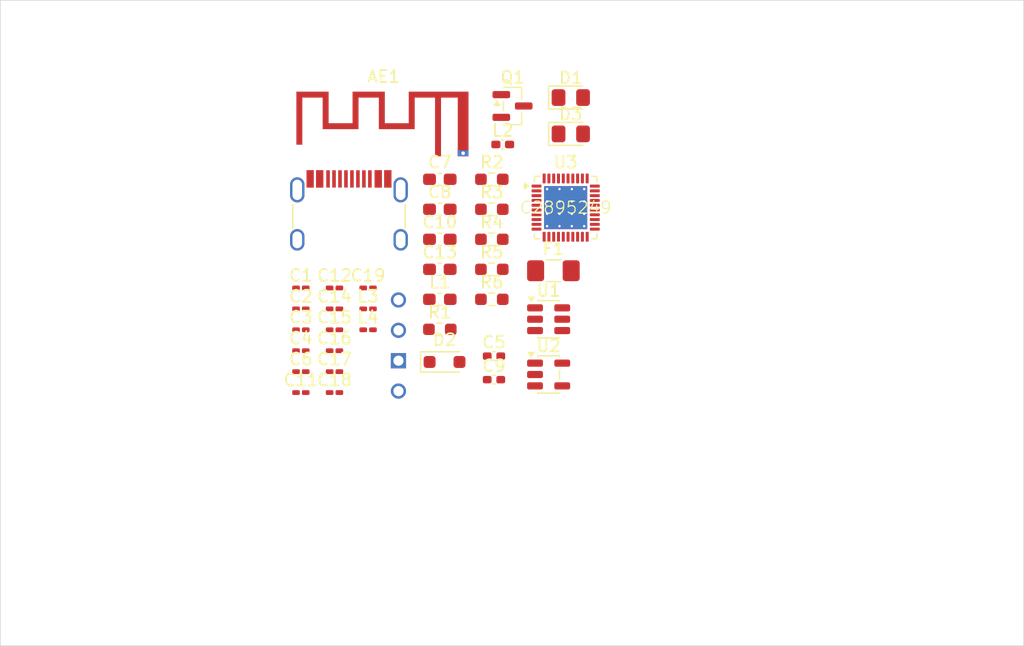
<source format=kicad_pcb>
(kicad_pcb (version 20241229) (generator "pcbnew") (generator_version "9.0")
  (layers (0 "F.Cu" signal) (2 "B.Cu" signal) (13 "F.Paste" user) (15 "B.Paste" user) (5 "F.SilkS" user "F.Silkscreen") (7 "B.SilkS" user "B.Silkscreen") (1 "F.Mask" user) (3 "B.Mask" user) (25 "Edge.Cuts" user))
  (net 0 "")
  (net 1 "VBUS")
  (net 2 "VSS")
  (net 3 "DEC1")
  (net 4 "DEC3")
  (net 5 "DEC5")
  (net 6 "DEC4_6")
  (net 7 "DECUSB")
  (net 8 "VDD")
  (net 9 "VDDH")
  (net 10 "XC1")
  (net 11 "XC2")
  (net 12 "XL1")
  (net 13 "XL2")
  (net 14 "Net-(C18-Pad1)")
  (net 15 "ANT")
  (net 16 "Net-(D1-K)")
  (net 17 "Status_LED")
  (net 18 "Net-(D3-K)")
  (net 19 "Net-(J1-CC1)")
  (net 20 "Net-(J1-CC2)")
  (net 21 "STAT")
  (net 22 "Net-(U2-PROG)")
  (net 23 "RESET")
  (net 26 "D-")
  (net 29 "SWD")
  (net 31 "DCC")
  (net 32 "D+")
  (net 36 "SWC")
  (net 43 "Net-(AE1-A)")
  (net 44 "Net-(F1-Pad1)")
  (net 45 "USB_D+")
  (net 46 "USB_D-")
  (net 49 "+BATT")
  (net 50 "Net-(L1-Pad1)")
  (footprint "PNCATEHO_lowair:C_0201_0603Metric_Pad0.64x0.40mm_HandSolder" (layer "F.Cu") (at 98.9525 81.81)
    (property "Reference" "C18" (at 0 -1.05 0) (layer "F.SilkS"))
    (property "Value" "1.2pF")
    (pad "1" smd roundrect (at -0.4075 0) (size 0.635 0.4) (layers "F.Cu" "F.Mask") (net 14 "Net-(C18-Pad1)"))
    (pad "2" smd roundrect (at 0.4075 0) (size 0.635 0.4) (layers "F.Cu" "F.Mask") (net 2 "VSS"))
  )
  (footprint "PNCATEHO_lowair:SOT-23-6" (layer "F.Cu") (at 116.8625 75.675)
    (property "Reference" "U1" (at 0 -2.4 0) (layer "F.SilkS"))
    (property "Value" "USBLC6-2SC6")
    (fp_line (start -0.91 -1.56) (end 0.91 -1.56) (stroke (width 0.12)) (layer "F.SilkS"))
    (fp_line (start -0.91 -1.51) (end -0.91 -1.56) (stroke (width 0.12)) (layer "F.SilkS"))
    (fp_line (start -0.91 1.56) (end -0.91 1.51) (stroke (width 0.12)) (layer "F.SilkS"))
    (fp_line (start 0.91 -1.56) (end 0.91 -1.51) (stroke (width 0.12)) (layer "F.SilkS"))
    (fp_line (start 0.91 1.51) (end 0.91 1.56) (stroke (width 0.12)) (layer "F.SilkS"))
    (fp_line (start 0.91 1.56) (end -0.91 1.56) (stroke (width 0.12)) (layer "F.SilkS"))
    (fp_poly (pts (xy -1.45 -1.51) (xy -1.69 -1.84) (xy -1.21 -1.84)) (stroke (width 0.12)) (fill yes) (layer "F.SilkS"))
    (pad "1" smd roundrect (at -1.1375 -0.95) (size 1.325 0.6) (layers "F.Cu" "F.Mask" "F.Paste") (net 32 "D+"))
    (pad "2" smd roundrect (at -1.1375 0) (size 1.325 0.6) (layers "F.Cu" "F.Mask" "F.Paste") (net 2 "VSS"))
    (pad "3" smd roundrect (at -1.1375 0.95) (size 1.325 0.6) (layers "F.Cu" "F.Mask" "F.Paste") (net 26 "D-"))
    (pad "4" smd roundrect (at 1.1375 0.95) (size 1.325 0.6) (layers "F.Cu" "F.Mask" "F.Paste") (net 46 "USB_D-"))
    (pad "5" smd roundrect (at 1.1375 0) (size 1.325 0.6) (layers "F.Cu" "F.Mask" "F.Paste") (net 1 "VBUS"))
    (pad "6" smd roundrect (at 1.1375 -0.95) (size 1.325 0.6) (layers "F.Cu" "F.Mask" "F.Paste") (net 45 "USB_D+"))
  )
  (footprint "PNCATEHO_lowair:C_0201_0603Metric_Pad0.64x0.40mm_HandSolder" (layer "F.Cu") (at 96.1425 76.56)
    (property "Reference" "C3" (at 0 -1.05 0) (layer "F.SilkS"))
    (property "Value" "100pF")
    (pad "1" smd roundrect (at -0.4075 0) (size 0.635 0.4) (layers "F.Cu" "F.Mask") (net 2 "VSS"))
    (pad "2" smd roundrect (at 0.4075 0) (size 0.635 0.4) (layers "F.Cu" "F.Mask") (net 4 "DEC3"))
  )
  (footprint "PNCATEHO_lowair:Fuse_1206_3216Metric_Pad1.42x1.75mm_HandSolder" (layer "F.Cu") (at 117.2625 71.62)
    (property "Reference" "F1" (at 0 -1.83 0) (layer "F.SilkS"))
    (property "Value" "0.5А 6V")
    (fp_line (start -0.602064 -0.91) (end 0.602064 -0.91) (stroke (width 0.12)) (layer "F.SilkS"))
    (fp_line (start -0.602064 0.91) (end 0.602064 0.91) (stroke (width 0.12)) (layer "F.SilkS"))
    (pad "1" smd roundrect (at -1.4875 0) (size 1.425 1.75) (layers "F.Cu" "F.Mask" "F.Paste") (roundrect_rratio 0.175439) (net 44 "Net-(F1-Pad1)"))
    (pad "2" smd roundrect (at 1.4875 0) (size 1.425 1.75) (layers "F.Cu" "F.Mask" "F.Paste") (roundrect_rratio 0.175439) (net 1 "VBUS"))
  )
  (footprint "PNCATEHO_lowair:C_0603_1608Metric_Pad1.08x0.95mm_HandSolder" (layer "F.Cu") (at 107.7625 68.99)
    (property "Reference" "C10" (at 0 -1.43 0) (layer "F.SilkS"))
    (property "Value" "4.7uF")
    (fp_line (start -0.146267 -0.51) (end 0.146267 -0.51) (stroke (width 0.12)) (layer "F.SilkS"))
    (fp_line (start -0.146267 0.51) (end 0.146267 0.51) (stroke (width 0.12)) (layer "F.SilkS"))
    (pad "1" smd roundrect (at -0.8625 0) (size 1.075 0.95) (layers "F.Cu" "F.Mask" "F.Paste") (net 2 "VSS"))
    (pad "2" smd roundrect (at 0.8625 0) (size 1.075 0.95) (layers "F.Cu" "F.Mask" "F.Paste") (net 8 "VDD"))
  )
  (footprint "PNCATEHO_lowair:C_0201_0603Metric_Pad0.64x0.40mm_HandSolder" (layer "F.Cu") (at 98.9525 74.81)
    (property "Reference" "C14" (at 0 -1.05 0) (layer "F.SilkS"))
    (property "Value" "12pF")
    (pad "1" smd roundrect (at -0.4075 0) (size 0.635 0.4) (layers "F.Cu" "F.Mask") (net 2 "VSS"))
    (pad "2" smd roundrect (at 0.4075 0) (size 0.635 0.4) (layers "F.Cu" "F.Mask") (net 10 "XC1"))
  )
  (footprint "PNCATEHO_lowair:SOT-23-5" (layer "F.Cu") (at 116.8625 80.3)
    (property "Reference" "U2" (at 0 -2.4 0) (layer "F.SilkS"))
    (property "Value" "TP4054")
    (fp_line (start -0.91 -1.56) (end 0.91 -1.56) (stroke (width 0.12)) (layer "F.SilkS"))
    (fp_line (start -0.91 -1.51) (end -0.91 -1.56) (stroke (width 0.12)) (layer "F.SilkS"))
    (fp_line (start -0.91 1.56) (end -0.91 1.51) (stroke (width 0.12)) (layer "F.SilkS"))
    (fp_line (start 0.91 -1.56) (end 0.91 -1.51) (stroke (width 0.12)) (layer "F.SilkS"))
    (fp_line (start 0.91 -0.39) (end 0.91 0.39) (stroke (width 0.12)) (layer "F.SilkS"))
    (fp_line (start 0.91 1.51) (end 0.91 1.56) (stroke (width 0.12)) (layer "F.SilkS"))
    (fp_line (start 0.91 1.56) (end -0.91 1.56) (stroke (width 0.12)) (layer "F.SilkS"))
    (fp_poly (pts (xy -1.45 -1.51) (xy -1.69 -1.84) (xy -1.21 -1.84)) (stroke (width 0.12)) (fill yes) (layer "F.SilkS"))
    (pad "1" smd roundrect (at -1.1375 -0.95) (size 1.325 0.6) (layers "F.Cu" "F.Mask" "F.Paste") (net 21 "STAT"))
    (pad "2" smd roundrect (at -1.1375 0) (size 1.325 0.6) (layers "F.Cu" "F.Mask" "F.Paste") (net 2 "VSS"))
    (pad "3" smd roundrect (at -1.1375 0.95) (size 1.325 0.6) (layers "F.Cu" "F.Mask" "F.Paste") (net 49 "+BATT"))
    (pad "4" smd roundrect (at 1.1375 0.95) (size 1.325 0.6) (layers "F.Cu" "F.Mask" "F.Paste") (net 1 "VBUS"))
    (pad "5" smd roundrect (at 1.1375 -0.95) (size 1.325 0.6) (layers "F.Cu" "F.Mask" "F.Paste") (net 22 "Net-(U2-PROG)"))
  )
  (footprint "PNCATEHO_lowair:L_0201_0603Metric_Pad0.64x0.40mm_HandSolder" (layer "F.Cu") (at 101.7625 76.56)
    (property "Reference" "L4" (at 0 -1.05 0) (layer "F.SilkS"))
    (property "Value" "2.2nH")
    (pad "1" smd roundrect (at -0.4075 0) (size 0.635 0.4) (layers "F.Cu" "F.Mask") (net 14 "Net-(C18-Pad1)"))
    (pad "2" smd roundrect (at 0.4075 0) (size 0.635 0.4) (layers "F.Cu" "F.Mask") (net 43 "Net-(AE1-A)"))
  )
  (footprint "PNCATEHO_lowair:C_0603_1608Metric_Pad1.08x0.95mm_HandSolder" (layer "F.Cu") (at 107.7625 66.48)
    (property "Reference" "C8" (at 0 -1.43 0) (layer "F.SilkS"))
    (property "Value" "4.7uF")
    (fp_line (start -0.146267 -0.51) (end 0.146267 -0.51) (stroke (width 0.12)) (layer "F.SilkS"))
    (fp_line (start -0.146267 0.51) (end 0.146267 0.51) (stroke (width 0.12)) (layer "F.SilkS"))
    (pad "1" smd roundrect (at -0.8625 0) (size 1.075 0.95) (layers "F.Cu" "F.Mask" "F.Paste") (net 2 "VSS"))
    (pad "2" smd roundrect (at 0.8625 0) (size 1.075 0.95) (layers "F.Cu" "F.Mask" "F.Paste") (net 7 "DECUSB"))
  )
  (footprint "PNCATEHO_lowair:C_0402_1005Metric_Pad0.74x0.62mm_HandSolder" (layer "F.Cu") (at 112.2925 78.76)
    (property "Reference" "C5" (at 0 -1.16 0) (layer "F.SilkS"))
    (property "Value" "1uF")
    (fp_line (start -0.115835 -0.36) (end 0.115835 -0.36) (stroke (width 0.12)) (layer "F.SilkS"))
    (fp_line (start -0.115835 0.36) (end 0.115835 0.36) (stroke (width 0.12)) (layer "F.SilkS"))
    (pad "1" smd roundrect (at -0.5675 0) (size 0.735 0.62) (layers "F.Cu" "F.Mask" "F.Paste") (net 2 "VSS"))
    (pad "2" smd roundrect (at 0.5675 0) (size 0.735 0.62) (layers "F.Cu" "F.Mask" "F.Paste") (net 6 "DEC4_6"))
  )
  (footprint "PNCATEHO_lowair:R_0603_1608Metric_Pad0.98x0.95mm_HandSolder" (layer "F.Cu") (at 112.1125 71.5)
    (property "Reference" "R5" (at 0 -1.43 0) (layer "F.SilkS"))
    (property "Value" "100K")
    (fp_line (start -0.254724 -0.5225) (end 0.254724 -0.5225) (stroke (width 0.12)) (layer "F.SilkS"))
    (fp_line (start -0.254724 0.5225) (end 0.254724 0.5225) (stroke (width 0.12)) (layer "F.SilkS"))
    (pad "1" smd roundrect (at -0.9125 0) (size 0.975 0.95) (layers "F.Cu" "F.Mask" "F.Paste") (net 2 "VSS"))
    (pad "2" smd roundrect (at 0.9125 0) (size 0.975 0.95) (layers "F.Cu" "F.Mask" "F.Paste") (net 1 "VBUS"))
  )
  (footprint "PNCATEHO_lowair:R_0603_1608Metric_Pad0.98x0.95mm_HandSolder" (layer "F.Cu") (at 112.1125 66.48)
    (property "Reference" "R3" (at 0 -1.43 0) (layer "F.SilkS"))
    (property "Value" "1K")
    (fp_line (start -0.254724 -0.5225) (end 0.254724 -0.5225) (stroke (width 0.12)) (layer "F.SilkS"))
    (fp_line (start -0.254724 0.5225) (end 0.254724 0.5225) (stroke (width 0.12)) (layer "F.SilkS"))
    (pad "1" smd roundrect (at -0.9125 0) (size 0.975 0.95) (layers "F.Cu" "F.Mask" "F.Paste") (net 21 "STAT"))
    (pad "2" smd roundrect (at 0.9125 0) (size 0.975 0.95) (layers "F.Cu" "F.Mask" "F.Paste") (net 16 "Net-(D1-K)"))
  )
  (footprint "PNCATEHO_lowair:QFN-40-1EP_5x5mm_P0.4mm_EP3.6x3.6mm_ThermalVias" (layer "F.Cu") (at 118.2875 66.34)
    (property "Reference" "U3" (at 0 -3.8 0) (layer "F.SilkS"))
    (property "Value" "nRF52833_QDxx")
    (property "LCSC" "C2895249" (at 0 0 0) (layer "F.SilkS") (effects (font (thickness 0.1))))
    (fp_line (start -2.61 -2.61) (end -2.185 -2.61) (stroke (width 0.12)) (layer "F.SilkS"))
    (fp_line (start -2.61 -2.185) (end -2.61 -2.61) (stroke (width 0.12)) (layer "F.SilkS"))
    (fp_line (start -2.61 2.61) (end -2.61 2.185) (stroke (width 0.12)) (layer "F.SilkS"))
    (fp_line (start -2.185 2.61) (end -2.61 2.61) (stroke (width 0.12)) (layer "F.SilkS"))
    (fp_line (start 2.185 -2.61) (end 2.61 -2.61) (stroke (width 0.12)) (layer "F.SilkS"))
    (fp_line (start 2.61 -2.61) (end 2.61 -2.185) (stroke (width 0.12)) (layer "F.SilkS"))
    (fp_line (start 2.61 2.185) (end 2.61 2.61) (stroke (width 0.12)) (layer "F.SilkS"))
    (fp_line (start 2.61 2.61) (end 2.185 2.61) (stroke (width 0.12)) (layer "F.SilkS"))
    (fp_poly (pts (xy -3.11 -1.8) (xy -3.44 -1.56) (xy -3.44 -2.04)) (stroke (width 0.12)) (fill yes) (layer "F.SilkS"))
    (pad "1" smd roundrect (at -2.4375 -1.8) (size 0.825 0.25) (layers "F.Cu" "F.Mask" "F.Paste") (net 3 "DEC1"))
    (pad "2" smd roundrect (at -2.4375 -1.4) (size 0.825 0.25) (layers "F.Cu" "F.Mask" "F.Paste") (net 12 "XL1"))
    (pad "3" smd roundrect (at -2.4375 -1) (size 0.825 0.25) (layers "F.Cu" "F.Mask" "F.Paste") (net 13 "XL2"))
    (pad "4" smd roundrect (at -2.4375 -0.6) (size 0.825 0.25) (layers "F.Cu" "F.Mask" "F.Paste"))
    (pad "5" smd roundrect (at -2.4375 -0.2) (size 0.825 0.25) (layers "F.Cu" "F.Mask" "F.Paste"))
    (pad "6" smd roundrect (at -2.4375 0.2) (size 0.825 0.25) (layers "F.Cu" "F.Mask" "F.Paste"))
    (pad "7" smd roundrect (at -2.4375 0.6) (size 0.825 0.25) (layers "F.Cu" "F.Mask" "F.Paste"))
    (pad "8" smd roundrect (at -2.4375 1) (size 0.825 0.25) (layers "F.Cu" "F.Mask" "F.Paste") (net 8 "VDD"))
    (pad "9" smd roundrect (at -2.4375 1.4) (size 0.825 0.25) (layers "F.Cu" "F.Mask" "F.Paste") (net 9 "VDDH"))
    (pad "10" smd roundrect (at -2.4375 1.8) (size 0.825 0.25) (layers "F.Cu" "F.Mask" "F.Paste") (net 1 "VBUS"))
    (pad "11" smd roundrect (at -1.8 2.4375) (size 0.25 0.825) (layers "F.Cu" "F.Mask" "F.Paste") (net 7 "DECUSB"))
    (pad "12" smd roundrect (at -1.4 2.4375) (size 0.25 0.825) (layers "F.Cu" "F.Mask" "F.Paste") (net 26 "D-"))
    (pad "13" smd roundrect (at -1 2.4375) (size 0.25 0.825) (layers "F.Cu" "F.Mask" "F.Paste") (net 32 "D+"))
    (pad "14" smd roundrect (at -0.6 2.4375) (size 0.25 0.825) (layers "F.Cu" "F.Mask" "F.Paste"))
    (pad "15" smd roundrect (at -0.2 2.4375) (size 0.25 0.825) (layers "F.Cu" "F.Mask" "F.Paste"))
    (pad "16" smd roundrect (at 0.2 2.4375) (size 0.25 0.825) (layers "F.Cu" "F.Mask" "F.Paste") (net 23 "RESET"))
    (pad "17" smd roundrect (at 0.6 2.4375) (size 0.25 0.825) (layers "F.Cu" "F.Mask" "F.Paste"))
    (pad "18" smd roundrect (at 1 2.4375) (size 0.25 0.825) (layers "F.Cu" "F.Mask" "F.Paste") (net 8 "VDD"))
    (pad "19" smd roundrect (at 1.4 2.4375) (size 0.25 0.825) (layers "F.Cu" "F.Mask" "F.Paste") (net 29 "SWD"))
    (pad "20" smd roundrect (at 1.8 2.4375) (size 0.25 0.825) (layers "F.Cu" "F.Mask" "F.Paste") (net 36 "SWC"))
    (pad "21" smd roundrect (at 2.4375 1.8) (size 0.825 0.25) (layers "F.Cu" "F.Mask" "F.Paste") (net 5 "DEC5"))
    (pad "22" smd roundrect (at 2.4375 1.4) (size 0.825 0.25) (layers "F.Cu" "F.Mask" "F.Paste"))
    (pad "23" smd roundrect (at 2.4375 1) (size 0.825 0.25) (layers "F.Cu" "F.Mask" "F.Paste") (net 17 "Status_LED"))
    (pad "24" smd roundrect (at 2.4375 0.6) (size 0.825 0.25) (layers "F.Cu" "F.Mask" "F.Paste") (net 15 "ANT"))
    (pad "25" smd roundrect (at 2.4375 0.2) (size 0.825 0.25) (layers "F.Cu" "F.Mask" "F.Paste") (net 2 "VSS"))
    (pad "26" smd roundrect (at 2.4375 -0.2) (size 0.825 0.25) (layers "F.Cu" "F.Mask" "F.Paste") (net 6 "DEC4_6"))
    (pad "27" smd roundrect (at 2.4375 -0.6) (size 0.825 0.25) (layers "F.Cu" "F.Mask" "F.Paste") (net 4 "DEC3"))
    (pad "28" smd roundrect (at 2.4375 -1) (size 0.825 0.25) (layers "F.Cu" "F.Mask" "F.Paste") (net 10 "XC1"))
    (pad "29" smd roundrect (at 2.4375 -1.4) (size 0.825 0.25) (layers "F.Cu" "F.Mask" "F.Paste") (net 11 "XC2"))
    (pad "30" smd roundrect (at 2.4375 -1.8) (size 0.825 0.25) (layers "F.Cu" "F.Mask" "F.Paste") (net 8 "VDD"))
    (pad "31" smd roundrect (at 1.8 -2.4375) (size 0.25 0.825) (layers "F.Cu" "F.Mask" "F.Paste"))
    (pad "32" smd roundrect (at 1.4 -2.4375) (size 0.25 0.825) (layers "F.Cu" "F.Mask" "F.Paste"))
    (pad "33" smd roundrect (at 1 -2.4375) (size 0.25 0.825) (layers "F.Cu" "F.Mask" "F.Paste"))
    (pad "34" smd roundrect (at 0.6 -2.4375) (size 0.25 0.825) (layers "F.Cu" "F.Mask" "F.Paste"))
    (pad "35" smd roundrect (at 0.2 -2.4375) (size 0.25 0.825) (layers "F.Cu" "F.Mask" "F.Paste"))
    (pad "36" smd roundrect (at -0.2 -2.4375) (size 0.25 0.825) (layers "F.Cu" "F.Mask" "F.Paste"))
    (pad "37" smd roundrect (at -0.6 -2.4375) (size 0.25 0.825) (layers "F.Cu" "F.Mask" "F.Paste") (net 2 "VSS"))
    (pad "38" smd roundrect (at -1 -2.4375) (size 0.25 0.825) (layers "F.Cu" "F.Mask" "F.Paste") (net 6 "DEC4_6"))
    (pad "39" smd roundrect (at -1.4 -2.4375) (size 0.25 0.825) (layers "F.Cu" "F.Mask" "F.Paste") (net 31 "DCC"))
    (pad "40" smd roundrect (at -1.8 -2.4375) (size 0.25 0.825) (layers "F.Cu" "F.Mask" "F.Paste") (net 8 "VDD"))
    (pad "41" thru_hole circle (at -1.55 -1.55) (size 0.5 0.5) (drill 0.2) (property pad_prop_heatsink) (layers "*.Cu") (net 2 "VSS"))
    (pad "41" thru_hole circle (at -1.55 -0.516667) (size 0.5 0.5) (drill 0.2) (property pad_prop_heatsink) (layers "*.Cu") (net 2 "VSS"))
    (pad "41" thru_hole circle (at -1.55 0.516667) (size 0.5 0.5) (drill 0.2) (property pad_prop_heatsink) (layers "*.Cu") (net 2 "VSS"))
    (pad "41" thru_hole circle (at -1.55 1.55) (size 0.5 0.5) (drill 0.2) (property pad_prop_heatsink) (layers "*.Cu") (net 2 "VSS"))
    (pad "41" thru_hole circle (at -0.516667 -1.55) (size 0.5 0.5) (drill 0.2) (property pad_prop_heatsink) (layers "*.Cu") (net 2 "VSS"))
    (pad "41" thru_hole circle (at -0.516667 -0.516667) (size 0.5 0.5) (drill 0.2) (property pad_prop_heatsink) (layers "*.Cu") (net 2 "VSS"))
    (pad "41" thru_hole circle (at -0.516667 0.516667) (size 0.5 0.5) (drill 0.2) (property pad_prop_heatsink) (layers "*.Cu") (net 2 "VSS"))
    (pad "41" thru_hole circle (at -0.516667 1.55) (size 0.5 0.5) (drill 0.2) (property pad_prop_heatsink) (layers "*.Cu") (net 2 "VSS"))
    (pad "41" smd rect (at 0 0) (size 3.6 3.6) (property pad_prop_heatsink) (layers "F.Cu" "F.Mask") (net 2 "VSS"))
    (pad "41" smd rect (at 0 0) (size 3.6 3.6) (property pad_prop_heatsink) (layers "B.Cu") (net 2 "VSS"))
    (pad "41" thru_hole circle (at 0.516667 -1.55) (size 0.5 0.5) (drill 0.2) (property pad_prop_heatsink) (layers "*.Cu") (net 2 "VSS"))
    (pad "41" thru_hole circle (at 0.516667 -0.516667) (size 0.5 0.5) (drill 0.2) (property pad_prop_heatsink) (layers "*.Cu") (net 2 "VSS"))
    (pad "41" thru_hole circle (at 0.516667 0.516667) (size 0.5 0.5) (drill 0.2) (property pad_prop_heatsink) (layers "*.Cu") (net 2 "VSS"))
    (pad "41" thru_hole circle (at 0.516667 1.55) (size 0.5 0.5) (drill 0.2) (property pad_prop_heatsink) (layers "*.Cu") (net 2 "VSS"))
    (pad "41" thru_hole circle (at 1.55 -1.55) (size 0.5 0.5) (drill 0.2) (property pad_prop_heatsink) (layers "*.Cu") (net 2 "VSS"))
    (pad "41" thru_hole circle (at 1.55 -0.516667) (size 0.5 0.5) (drill 0.2) (property pad_prop_heatsink) (layers "*.Cu") (net 2 "VSS"))
    (pad "41" thru_hole circle (at 1.55 0.516667) (size 0.5 0.5) (drill 0.2) (property pad_prop_heatsink) (layers "*.Cu") (net 2 "VSS"))
    (pad "41" thru_hole circle (at 1.55 1.55) (size 0.5 0.5) (drill 0.2) (property pad_prop_heatsink) (layers "*.Cu") (net 2 "VSS"))
  )
  (footprint "PNCATEHO_lowair:C_0603_1608Metric_Pad1.08x0.95mm_HandSolder" (layer "F.Cu") (at 107.7625 63.97)
    (property "Reference" "C7" (at 0 -1.43 0) (layer "F.SilkS"))
    (property "Value" "4.7uF")
    (fp_line (start -0.146267 -0.51) (end 0.146267 -0.51) (stroke (width 0.12)) (layer "F.SilkS"))
    (fp_line (start -0.146267 0.51) (end 0.146267 0.51) (stroke (width 0.12)) (layer "F.SilkS"))
    (pad "1" smd roundrect (at -0.8625 0) (size 1.075 0.95) (layers "F.Cu" "F.Mask" "F.Paste") (net 2 "VSS"))
    (pad "2" smd roundrect (at 0.8625 0) (size 1.075 0.95) (layers "F.Cu" "F.Mask" "F.Paste") (net 1 "VBUS"))
  )
  (footprint "PNCATEHO_lowair:R_0603_1608Metric_Pad0.98x0.95mm_HandSolder" (layer "F.Cu") (at 112.1125 68.99)
    (property "Reference" "R4" (at 0 -1.43 0) (layer "F.SilkS"))
    (property "Value" "10K")
    (fp_line (start -0.254724 -0.5225) (end 0.254724 -0.5225) (stroke (width 0.12)) (layer "F.SilkS"))
    (fp_line (start -0.254724 0.5225) (end 0.254724 0.5225) (stroke (width 0.12)) (layer "F.SilkS"))
    (pad "1" smd roundrect (at -0.9125 0) (size 0.975 0.95) (layers "F.Cu" "F.Mask" "F.Paste") (net 22 "Net-(U2-PROG)"))
    (pad "2" smd roundrect (at 0.9125 0) (size 0.975 0.95) (layers "F.Cu" "F.Mask" "F.Paste") (net 2 "VSS"))
  )
  (footprint "PNCATEHO_lowair:Texas_SWRA117D_2.4GHz_Left" (layer "F.Cu") (at 107.6125 61.79)
    (property "Reference" "AE1" (at -4.55 -6.41 0) (layer "F.SilkS"))
    (property "Value" "Antenna")
    (fp_poly (pts (xy -2.45 -2.51) (xy -4.45 -2.51) (xy -4.45 -5.15) (xy -7.15 -5.15) (xy -7.15 -2.51) (xy -9.15 -2.51) (xy -9.15 -5.15) (xy -11.85 -5.15) (xy -11.85 -0.71) (xy -11.35 -0.71) (xy -11.35 -4.65) (xy -9.65 -4.65) (xy -9.65 -2.01) (xy -6.65 -2.01) (xy -6.65 -4.65) (xy -4.95 -4.65) (xy -4.95 -2.01) (xy -1.95 -2.01) (xy -1.95 -4.65) (xy -0.25 -4.65) (xy -0.25 0.25) (xy 0.25 0.25) (xy 0.25 -4.65) (xy 1.65 -4.65) (xy 1.65 0.25) (xy 2.55 0.25) (xy 2.55 0.006785) (xy 2.247583 0.006785) (xy 2.237742 0.054395) (xy 2.213674 0.096797) (xy 2.175731 0.129581) (xy 2.167819 0.133935) (xy 2.125156 0.146043) (xy 2.076637 0.1453) (xy 2.031122 0.1324) (xy 2.012511 0.121787) (xy 1.978868 0.086553) (xy 1.958309 0.041368) (xy 1.951778 -0.008158) (xy 1.960218 -0.056417) (xy 1.977112 -0.088643) (xy 2.012372 -0.121313) (xy 2.057682 -0.141408) (xy 2.107267 -0.147982) (xy 2.155353 -0.140092) (xy 2.188245 -0.123186) (xy 2.223185 -0.086416) (xy 2.242847 -0.041622) (xy 2.247583 0.006785) (xy 2.55 0.006785) (xy 2.55 -5.15) (xy -2.45 -5.15) (xy -2.45 -2.51)) (fill yes) (layer "F.Cu"))
    (pad "1" connect rect (at 0 0) (size 0.5 0.5) (layers "F.Cu") (net 43 "Net-(AE1-A)"))
    (pad "2" thru_hole rect (at 2.1 0) (size 0.9 0.5) (drill 0.3) (layers "*.Cu") (net 2 "VSS"))
  )
  (footprint "PNCATEHO_lowair:C_0201_0603Metric_Pad0.64x0.40mm_HandSolder" (layer "F.Cu") (at 96.1425 80.06)
    (property "Reference" "C6" (at 0 -1.05 0) (layer "F.SilkS"))
    (property "Value" "47nF")
    (pad "1" smd roundrect (at -0.4075 0) (size 0.635 0.4) (layers "F.Cu" "F.Mask") (net 2 "VSS"))
    (pad "2" smd roundrect (at 0.4075 0) (size 0.635 0.4) (layers "F.Cu" "F.Mask") (net 6 "DEC4_6"))
  )
  (footprint "PNCATEHO_lowair:C_0201_0603Metric_Pad0.64x0.40mm_HandSolder" (layer "F.Cu") (at 96.1425 78.31)
    (property "Reference" "C4" (at 0 -1.05 0) (layer "F.SilkS"))
    (property "Value" "820pF")
    (pad "1" smd roundrect (at -0.4075 0) (size 0.635 0.4) (layers "F.Cu" "F.Mask") (net 2 "VSS"))
    (pad "2" smd roundrect (at 0.4075 0) (size 0.635 0.4) (layers "F.Cu" "F.Mask") (net 5 "DEC5"))
  )
  (footprint "PNCATEHO_lowair:C_0201_0603Metric_Pad0.64x0.40mm_HandSolder" (layer "F.Cu") (at 98.9525 78.31)
    (property "Reference" "C16" (at 0 -1.05 0) (layer "F.SilkS"))
    (property "Value" "12pF")
    (pad "1" smd roundrect (at -0.4075 0) (size 0.635 0.4) (layers "F.Cu" "F.Mask") (net 2 "VSS"))
    (pad "2" smd roundrect (at 0.4075 0) (size 0.635 0.4) (layers "F.Cu" "F.Mask") (net 12 "XL1"))
  )
  (footprint "PNCATEHO_lowair:C_0201_0603Metric_Pad0.64x0.40mm_HandSolder" (layer "F.Cu") (at 98.9525 80.06)
    (property "Reference" "C17" (at 0 -1.05 0) (layer "F.SilkS"))
    (property "Value" "12pF")
    (pad "1" smd roundrect (at -0.4075 0) (size 0.635 0.4) (layers "F.Cu" "F.Mask") (net 13 "XL2"))
    (pad "2" smd roundrect (at 0.4075 0) (size 0.635 0.4) (layers "F.Cu" "F.Mask") (net 2 "VSS"))
  )
  (footprint "PNCATEHO_lowair:L_0603_1608Metric_Pad1.05x0.95mm_HandSolder" (layer "F.Cu") (at 107.7625 74.01)
    (property "Reference" "L1" (at 0 -1.43 0) (layer "F.SilkS"))
    (property "Value" "10μH")
    (fp_line (start -0.171267 -0.51) (end 0.171267 -0.51) (stroke (width 0.12)) (layer "F.SilkS"))
    (fp_line (start -0.171267 0.51) (end 0.171267 0.51) (stroke (width 0.12)) (layer "F.SilkS"))
    (pad "1" smd roundrect (at -0.875 0) (size 1.05 0.95) (layers "F.Cu" "F.Mask" "F.Paste") (net 50 "Net-(L1-Pad1)"))
    (pad "2" smd roundrect (at 0.875 0) (size 1.05 0.95) (layers "F.Cu" "F.Mask" "F.Paste") (net 31 "DCC"))
  )
  (footprint "PNCATEHO_lowair:connector_swd_REV" (layer "F.Cu") (at 104.4025 72.935)
    (property "Reference" "J3" (hide yes))
    (property "Value" "Conn_01x04" (hide yes))
    (pad "1" thru_hole oval (at -0.1 8.75 180) (size 1.27 1.27) (drill 0.85) (layers "*.Cu" "*.Mask") (net 8 "VDD"))
    (pad "2" thru_hole rect (at -0.1 6.21 180) (size 1.27 1.27) (drill 0.85) (layers "*.Cu" "*.Mask") (net 36 "SWC"))
    (pad "3" thru_hole oval (at -0.1 3.67 180) (size 1.27 1.27) (drill 0.85) (layers "*.Cu" "*.Mask") (net 29 "SWD"))
    (pad "4" thru_hole oval (at -0.1 1.13 180) (size 1.27 1.27) (drill 0.85) (layers "*.Cu" "*.Mask") (net 2 "VSS"))
  )
  (footprint "PNCATEHO_lowair:L_0402_1005Metric_Pad0.77x0.64mm_HandSolder" (layer "F.Cu") (at 113.0225 61.06)
    (property "Reference" "L2" (at 0 -1.17 0) (layer "F.SilkS"))
    (property "Value" "15nH")
    (fp_line (start -0.1002 -0.36) (end 0.1002 -0.36) (stroke (width 0.12)) (layer "F.SilkS"))
    (fp_line (start -0.1002 0.36) (end 0.1002 0.36) (stroke (width 0.12)) (layer "F.SilkS"))
    (pad "1" smd roundrect (at -0.5725 0) (size 0.765 0.64) (layers "F.Cu" "F.Mask" "F.Paste") (net 6 "DEC4_6"))
    (pad "2" smd roundrect (at 0.5725 0) (size 0.765 0.64) (layers "F.Cu" "F.Mask" "F.Paste") (net 50 "Net-(L1-Pad1)"))
  )
  (footprint "PNCATEHO_lowair:USB_C_Receptacle_TYPE-C-31-M-12" (layer "F.Cu") (at 100.1625 67.985)
    (property "Reference" "J1" (hide yes))
    (property "Value" "USB_C_Receptacle_USB2.0_16P" (hide yes))
    (fp_line (start -4.7 -1.9) (end -4.7 0.1) (stroke (width 0.12)) (layer "F.SilkS"))
    (fp_line (start 4.7 -1.9) (end 4.7 0.1) (stroke (width 0.12)) (layer "F.SilkS"))
    (pad "" np_thru_hole circle (at -2.89 -2.63) (size 0.65 0.65) (drill 0.65) (layers "*.Cu" "*.Mask"))
    (pad "" np_thru_hole circle (at 2.89 -2.63) (size 0.65 0.65) (drill 0.65) (layers "*.Cu" "*.Mask"))
    (pad "A1" smd rect (at -3.25 -4.045) (size 0.6 1.45) (layers "F.Cu" "F.Mask" "F.Paste") (net 2 "VSS"))
    (pad "A4" smd rect (at -2.45 -4.045) (size 0.6 1.45) (layers "F.Cu" "F.Mask" "F.Paste") (net 44 "Net-(F1-Pad1)"))
    (pad "A5" smd rect (at -1.25 -4.045) (size 0.3 1.45) (layers "F.Cu" "F.Mask" "F.Paste") (net 19 "Net-(J1-CC1)"))
    (pad "A6" smd rect (at -0.25 -4.045) (size 0.3 1.45) (layers "F.Cu" "F.Mask" "F.Paste") (net 45 "USB_D+"))
    (pad "A7" smd rect (at 0.25 -4.045) (size 0.3 1.45) (layers "F.Cu" "F.Mask" "F.Paste") (net 46 "USB_D-"))
    (pad "A8" smd rect (at 1.25 -4.045) (size 0.3 1.45) (layers "F.Cu" "F.Mask" "F.Paste"))
    (pad "A9" smd rect (at 2.45 -4.045) (size 0.6 1.45) (layers "F.Cu" "F.Mask" "F.Paste") (net 44 "Net-(F1-Pad1)"))
    (pad "A12" smd rect (at 3.25 -4.045) (size 0.6 1.45) (layers "F.Cu" "F.Mask" "F.Paste") (net 2 "VSS"))
    (pad "B1" smd rect (at 3.25 -4.045) (size 0.6 1.45) (layers "F.Cu" "F.Mask" "F.Paste") (net 2 "VSS"))
    (pad "B4" smd rect (at 2.45 -4.045) (size 0.6 1.45) (layers "F.Cu" "F.Mask" "F.Paste") (net 44 "Net-(F1-Pad1)"))
    (pad "B5" smd rect (at 1.75 -4.045) (size 0.3 1.45) (layers "F.Cu" "F.Mask" "F.Paste") (net 20 "Net-(J1-CC2)"))
    (pad "B6" smd rect (at 0.75 -4.045) (size 0.3 1.45) (layers "F.Cu" "F.Mask" "F.Paste") (net 45 "USB_D+"))
    (pad "B7" smd rect (at -0.75 -4.045) (size 0.3 1.45) (layers "F.Cu" "F.Mask" "F.Paste") (net 46 "USB_D-"))
    (pad "B8" smd rect (at -1.75 -4.045) (size 0.3 1.45) (layers "F.Cu" "F.Mask" "F.Paste"))
    (pad "B9" smd rect (at -2.45 -4.045) (size 0.6 1.45) (layers "F.Cu" "F.Mask" "F.Paste") (net 44 "Net-(F1-Pad1)"))
    (pad "B12" smd rect (at -3.25 -4.045) (size 0.6 1.45) (layers "F.Cu" "F.Mask" "F.Paste") (net 2 "VSS"))
    (pad "S1" thru_hole oval (at -4.325 -3.13) (size 1.2 2.1) (drill oval 0.8 1.7) (layers "*.Cu" "*.Mask") (net 2 "VSS") (clearance 0.13))
    (pad "S1" thru_hole oval (at -4.325 1.05) (size 1.2 1.8) (drill oval 0.8 1.4) (layers "*.Cu" "*.Mask") (net 2 "VSS") (clearance 0.13))
    (pad "S1" thru_hole oval (at 4.325 -3.13) (size 1.2 2.1) (drill oval 0.8 1.7) (layers "*.Cu" "*.Mask") (net 2 "VSS") (clearance 0.13))
    (pad "S1" thru_hole oval (at 4.325 1.05) (size 1.2 1.8) (drill oval 0.8 1.4) (layers "*.Cu" "*.Mask") (net 2 "VSS") (clearance 0.13))
  )
  (footprint "PNCATEHO_lowair:C_0603_1608Metric_Pad1.08x0.95mm_HandSolder" (layer "F.Cu") (at 107.7625 71.5)
    (property "Reference" "C13" (at 0 -1.43 0) (layer "F.SilkS"))
    (property "Value" "4.7uF")
    (fp_line (start -0.146267 -0.51) (end 0.146267 -0.51) (stroke (width 0.12)) (layer "F.SilkS"))
    (fp_line (start -0.146267 0.51) (end 0.146267 0.51) (stroke (width 0.12)) (layer "F.SilkS"))
    (pad "1" smd roundrect (at -0.8625 0) (size 1.075 0.95) (layers "F.Cu" "F.Mask" "F.Paste") (net 9 "VDDH"))
    (pad "2" smd roundrect (at 0.8625 0) (size 1.075 0.95) (layers "F.Cu" "F.Mask" "F.Paste") (net 2 "VSS"))
  )
  (footprint "PNCATEHO_lowair:C_0201_0603Metric_Pad0.64x0.40mm_HandSolder" (layer "F.Cu") (at 98.9525 76.56)
    (property "Reference" "C15" (at 0 -1.05 0) (layer "F.SilkS"))
    (property "Value" "12pF")
    (pad "1" smd roundrect (at -0.4075 0) (size 0.635 0.4) (layers "F.Cu" "F.Mask") (net 11 "XC2"))
    (pad "2" smd roundrect (at 0.4075 0) (size 0.635 0.4) (layers "F.Cu" "F.Mask") (net 2 "VSS"))
  )
  (footprint "PNCATEHO_lowair:R_0603_1608Metric_Pad0.98x0.95mm_HandSolder" (layer "F.Cu") (at 107.7625 76.52)
    (property "Reference" "R1" (at 0 -1.43 0) (layer "F.SilkS"))
    (property "Value" "5.1K")
    (fp_line (start -0.254724 -0.5225) (end 0.254724 -0.5225) (stroke (width 0.12)) (layer "F.SilkS"))
    (fp_line (start -0.254724 0.5225) (end 0.254724 0.5225) (stroke (width 0.12)) (layer "F.SilkS"))
    (pad "1" smd roundrect (at -0.9125 0) (size 0.975 0.95) (layers "F.Cu" "F.Mask" "F.Paste") (net 2 "VSS"))
    (pad "2" smd roundrect (at 0.9125 0) (size 0.975 0.95) (layers "F.Cu" "F.Mask" "F.Paste") (net 19 "Net-(J1-CC1)"))
  )
  (footprint "PNCATEHO_lowair:SOT-23" (layer "F.Cu") (at 113.8425 57.84)
    (property "Reference" "Q1" (at 0 -2.4 0) (layer "F.SilkS"))
    (property "Value" "AO3407")
    (fp_line (start -0.76 -1.56) (end 0.76 -1.56) (stroke (width 0.12)) (layer "F.SilkS"))
    (fp_line (start -0.76 -1.51) (end -0.76 -1.56) (stroke (width 0.12)) (layer "F.SilkS"))
    (fp_line (start -0.76 0.39) (end -0.76 -0.39) (stroke (width 0.12)) (layer "F.SilkS"))
    (fp_line (start -0.76 1.56) (end -0.76 1.51) (stroke (width 0.12)) (layer "F.SilkS"))
    (fp_line (start 0.76 -1.56) (end 0.76 -0.56) (stroke (width 0.12)) (layer "F.SilkS"))
    (fp_line (start 0.76 0.56) (end 0.76 1.56) (stroke (width 0.12)) (layer "F.SilkS"))
    (fp_line (start 0.76 1.56) (end -0.76 1.56) (stroke (width 0.12)) (layer "F.SilkS"))
    (fp_poly (pts (xy -1.3 -0.38) (xy -1.06 -0.05) (xy -1.54 -0.05)) (stroke (width 0.12)) (fill yes) (layer "F.SilkS"))
    (pad "1" smd roundrect (at -0.9375 -0.95) (size 1.475 0.6) (layers "F.Cu" "F.Mask" "F.Paste") (net 1 "VBUS"))
    (pad "2" smd roundrect (at -0.9375 0.95) (size 1.475 0.6) (layers "F.Cu" "F.Mask" "F.Paste") (net 9 "VDDH"))
    (pad "3" smd roundrect (at 0.9375 0) (size 1.475 0.6) (layers "F.Cu" "F.Mask" "F.Paste") (net 49 "+BATT"))
  )
  (footprint "PNCATEHO_lowair:L_0201_0603Metric_Pad0.64x0.40mm_HandSolder" (layer "F.Cu") (at 101.7625 74.81)
    (property "Reference" "L3" (at 0 -1.05 0) (layer "F.SilkS"))
    (property "Value" "4.7nH")
    (pad "1" smd roundrect (at -0.4075 0) (size 0.635 0.4) (layers "F.Cu" "F.Mask") (net 15 "ANT"))
    (pad "2" smd roundrect (at 0.4075 0) (size 0.635 0.4) (layers "F.Cu" "F.Mask") (net 14 "Net-(C18-Pad1)"))
  )
  (footprint "PNCATEHO_lowair:C_0201_0603Metric_Pad0.64x0.40mm_HandSolder" (layer "F.Cu") (at 96.1425 81.81)
    (property "Reference" "C11" (at 0 -1.05 0) (layer "F.SilkS"))
    (property "Value" "100nF")
    (pad "1" smd roundrect (at -0.4075 0) (size 0.635 0.4) (layers "F.Cu" "F.Mask") (net 2 "VSS"))
    (pad "2" smd roundrect (at 0.4075 0) (size 0.635 0.4) (layers "F.Cu" "F.Mask") (net 8 "VDD"))
  )
  (footprint "PNCATEHO_lowair:C_0201_0603Metric_Pad0.64x0.40mm_HandSolder" (layer "F.Cu") (at 98.9525 73.06)
    (property "Reference" "C12" (at 0 -1.05 0) (layer "F.SilkS"))
    (property "Value" "100nF")
    (pad "1" smd roundrect (at -0.4075 0) (size 0.635 0.4) (layers "F.Cu" "F.Mask") (net 2 "VSS"))
    (pad "2" smd roundrect (at 0.4075 0) (size 0.635 0.4) (layers "F.Cu" "F.Mask") (net 8 "VDD"))
  )
  (footprint "PNCATEHO_lowair:R_0603_1608Metric_Pad0.98x0.95mm_HandSolder" (layer "F.Cu") (at 112.1125 74.01)
    (property "Reference" "R6" (at 0 -1.43 0) (layer "F.SilkS"))
    (property "Value" "1K")
    (fp_line (start -0.254724 -0.5225) (end 0.254724 -0.5225) (stroke (width 0.12)) (layer "F.SilkS"))
    (fp_line (start -0.254724 0.5225) (end 0.254724 0.5225) (stroke (width 0.12)) (layer "F.SilkS"))
    (pad "1" smd roundrect (at -0.9125 0) (size 0.975 0.95) (layers "F.Cu" "F.Mask" "F.Paste") (net 2 "VSS"))
    (pad "2" smd roundrect (at 0.9125 0) (size 0.975 0.95) (layers "F.Cu" "F.Mask" "F.Paste") (net 18 "Net-(D3-K)"))
  )
  (footprint "PNCATEHO_lowair:D_SOD-323_HandSoldering" (layer "F.Cu") (at 108.1575 79.25)
    (property "Reference" "D2" (at 0 -1.85 0) (layer "F.SilkS"))
    (property "Value" "1N5819")
    (fp_line (start -2.01 -0.85) (end -2.01 0.85) (stroke (width 0.12)) (layer "F.SilkS"))
    (fp_line (start -2.01 -0.85) (end 1.25 -0.85) (stroke (width 0.12)) (layer "F.SilkS"))
    (fp_line (start -2.01 0.85) (end 1.25 0.85) (stroke (width 0.12)) (layer "F.SilkS"))
    (pad "1" smd roundrect (at -1.25 0) (size 1 1) (layers "F.Cu" "F.Mask" "F.Paste") (net 9 "VDDH"))
    (pad "2" smd roundrect (at 1.25 0) (size 1 1) (layers "F.Cu" "F.Mask" "F.Paste") (net 1 "VBUS"))
  )
  (footprint "PNCATEHO_lowair:C_0201_0603Metric_Pad0.64x0.40mm_HandSolder" (layer "F.Cu") (at 96.1425 74.81)
    (property "Reference" "C2" (at 0 -1.05 0) (layer "F.SilkS"))
    (property "Value" "100nF")
    (pad "1" smd roundrect (at -0.4075 0) (size 0.635 0.4) (layers "F.Cu" "F.Mask") (net 2 "VSS"))
    (pad "2" smd roundrect (at 0.4075 0) (size 0.635 0.4) (layers "F.Cu" "F.Mask") (net 3 "DEC1"))
  )
  (footprint "PNCATEHO_lowair:C_0201_0603Metric_Pad0.64x0.40mm_HandSolder" (layer "F.Cu") (at 101.7625 73.06)
    (property "Reference" "C19" (at 0 -1.05 0) (layer "F.SilkS"))
    (property "Value" "1pF")
    (pad "1" smd roundrect (at -0.4075 0) (size 0.635 0.4) (layers "F.Cu" "F.Mask") (net 2 "VSS"))
    (pad "2" smd roundrect (at 0.4075 0) (size 0.635 0.4) (layers "F.Cu" "F.Mask") (net 15 "ANT"))
  )
  (footprint "PNCATEHO_lowair:R_0603_1608Metric_Pad0.98x0.95mm_HandSolder" (layer "F.Cu") (at 112.1125 63.97)
    (property "Reference" "R2" (at 0 -1.43 0) (layer "F.SilkS"))
    (property "Value" "5.1K")
    (fp_line (start -0.254724 -0.5225) (end 0.254724 -0.5225) (stroke (width 0.12)) (layer "F.SilkS"))
    (fp_line (start -0.254724 0.5225) (end 0.254724 0.5225) (stroke (width 0.12)) (layer "F.SilkS"))
    (pad "1" smd roundrect (at -0.9125 0) (size 0.975 0.95) (layers "F.Cu" "F.Mask" "F.Paste") (net 2 "VSS"))
    (pad "2" smd roundrect (at 0.9125 0) (size 0.975 0.95) (layers "F.Cu" "F.Mask" "F.Paste") (net 20 "Net-(J1-CC2)"))
  )
  (footprint "PNCATEHO_lowair:C_0402_1005Metric_Pad0.74x0.62mm_HandSolder" (layer "F.Cu") (at 112.2925 80.73)
    (property "Reference" "C9" (at 0 -1.16 0) (layer "F.SilkS"))
    (property "Value" "1uF")
    (fp_line (start -0.115835 -0.36) (end 0.115835 -0.36) (stroke (width 0.12)) (layer "F.SilkS"))
    (fp_line (start -0.115835 0.36) (end 0.115835 0.36) (stroke (width 0.12)) (layer "F.SilkS"))
    (pad "1" smd roundrect (at -0.5675 0) (size 0.735 0.62) (layers "F.Cu" "F.Mask" "F.Paste") (net 8 "VDD"))
    (pad "2" smd roundrect (at 0.5675 0) (size 0.735 0.62) (layers "F.Cu" "F.Mask" "F.Paste") (net 2 "VSS"))
  )
  (footprint "PNCATEHO_lowair:LED_0805_2012Metric_Pad1.15x1.40mm_HandSolder" (layer "F.Cu") (at 118.7175 60.175)
    (property "Reference" "D3" (at 0 -1.65 0) (layer "F.SilkS"))
    (property "Value" "Blue")
    (fp_line (start -1.86 -0.96) (end -1.86 0.96) (stroke (width 0.12)) (layer "F.SilkS"))
    (fp_line (start -1.86 0.96) (end 1 0.96) (stroke (width 0.12)) (layer "F.SilkS"))
    (fp_line (start 1 -0.96) (end -1.86 -0.96) (stroke (width 0.12)) (layer "F.SilkS"))
    (pad "1" smd roundrect (at -1.025 0) (size 1.15 1.4) (layers "F.Cu" "F.Mask" "F.Paste") (roundrect_rratio 0.217391) (net 18 "Net-(D3-K)"))
    (pad "2" smd roundrect (at 1.025 0) (size 1.15 1.4) (layers "F.Cu" "F.Mask" "F.Paste") (roundrect_rratio 0.217391) (net 17 "Status_LED"))
  )
  (footprint "PNCATEHO_lowair:LED_0805_2012Metric_Pad1.15x1.40mm_HandSolder" (layer "F.Cu") (at 118.7175 57.135)
    (property "Reference" "D1" (at 0 -1.65 0) (layer "F.SilkS"))
    (property "Value" "RED")
    (fp_line (start -1.86 -0.96) (end -1.86 0.96) (stroke (width 0.12)) (layer "F.SilkS"))
    (fp_line (start -1.86 0.96) (end 1 0.96) (stroke (width 0.12)) (layer "F.SilkS"))
    (fp_line (start 1 -0.96) (end -1.86 -0.96) (stroke (width 0.12)) (layer "F.SilkS"))
    (pad "1" smd roundrect (at -1.025 0) (size 1.15 1.4) (layers "F.Cu" "F.Mask" "F.Paste") (roundrect_rratio 0.217391) (net 16 "Net-(D1-K)"))
    (pad "2" smd roundrect (at 1.025 0) (size 1.15 1.4) (layers "F.Cu" "F.Mask" "F.Paste") (roundrect_rratio 0.217391) (net 1 "VBUS"))
  )
  (footprint "PNCATEHO_lowair:C_0201_0603Metric_Pad0.64x0.40mm_HandSolder" (layer "F.Cu") (at 96.1425 73.06)
    (property "Reference" "C1" (at 0 -1.05 0) (layer "F.SilkS"))
    (property "Value" "100nF")
    (pad "1" smd roundrect (at -0.4075 0) (size 0.635 0.4) (layers "F.Cu" "F.Mask") (net 2 "VSS"))
    (pad "2" smd roundrect (at 0.4075 0) (size 0.635 0.4) (layers "F.Cu" "F.Mask") (net 1 "VBUS"))
  )
  (gr_rect (start 71 49) (end 156.6 102.98) (stroke (width 0.05)) (fill no) (layer "Edge.Cuts"))
)
</source>
